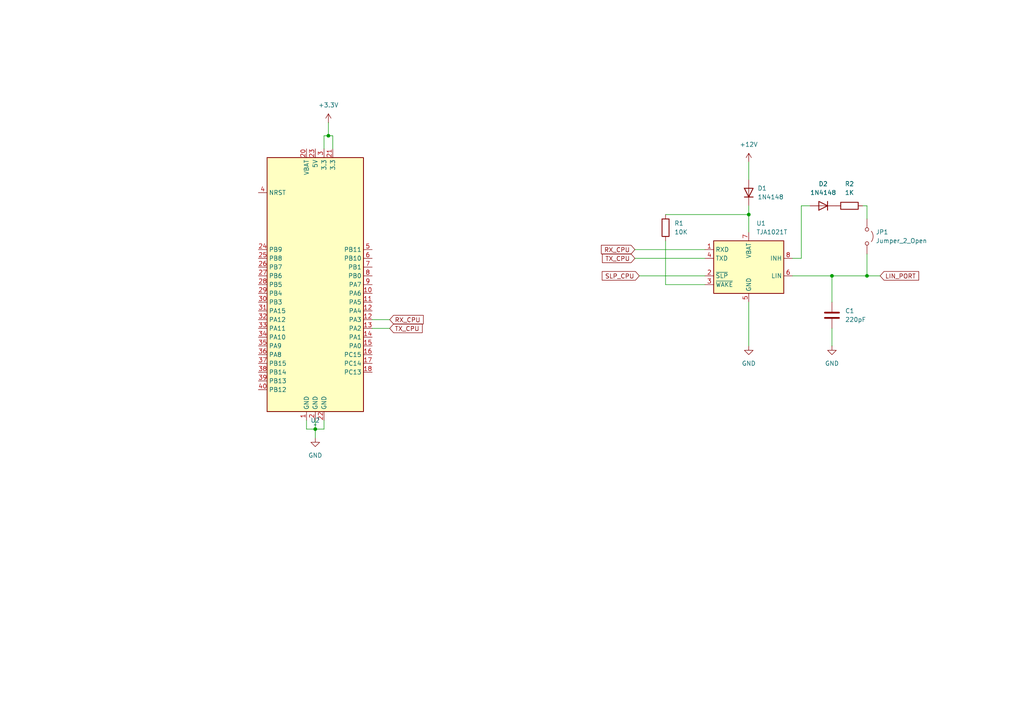
<source format=kicad_sch>
(kicad_sch (version 20231120) (generator "eeschema") (generator_version "8.0")
  (paper "A4")
  (lib_symbols
    (symbol "Device:C" (pin_numbers hide) (pin_names (offset 0.254))
      (property "Reference" "C" (at 0.635 2.54 0))
      (property "Value" "C" (at 0.635 -2.54 0))
      (symbol "C_0_1"
        (polyline (pts (xy -2.032 -0.762) (xy 2.032 -0.762)) (stroke (width 0.508)))
        (polyline (pts (xy -2.032 0.762) (xy 2.032 0.762)) (stroke (width 0.508)))
      )
      (symbol "C_1_1"
        (pin passive line (at 0 3.81 270) (length 2.794) (name "~") (number "1"))
        (pin passive line (at 0 -3.81 90) (length 2.794) (name "~") (number "2"))
      )
    )
    (symbol "Device:R" (pin_numbers hide) (pin_names (offset 0))
      (property "Reference" "R" (at 2.032 0 90))
      (property "Value" "R" (at 0 0 90))
      (symbol "R_0_1"
        (rectangle (start -1.016 -2.54) (end 1.016 2.54) (stroke (width 0.254)))
      )
      (symbol "R_1_1"
        (pin passive line (at 0 3.81 270) (length 1.27) (name "~") (number "1"))
        (pin passive line (at 0 -3.81 90) (length 1.27) (name "~") (number "2"))
      )
    )
    (symbol "Diode:1N4148" (pin_numbers hide) (pin_names hide)
      (property "Reference" "D" (at 0 2.54 0))
      (property "Value" "1N4148" (at 0 -2.54 0))
      (symbol "1N4148_0_1"
        (polyline (pts (xy -1.27 1.27) (xy -1.27 -1.27)) (stroke (width 0.254)))
        (polyline (pts (xy 1.27 0) (xy -1.27 0)))
        (polyline (pts (xy 1.27 1.27) (xy 1.27 -1.27) (xy -1.27 0) (xy 1.27 1.27)) (stroke (width 0.254)))
      )
      (symbol "1N4148_1_1"
        (pin passive line (at -3.81 0 0) (length 2.54) (name "K") (number "1"))
        (pin passive line (at 3.81 0 180) (length 2.54) (name "A") (number "2"))
      )
    )
    (symbol "Interface_CAN_LIN:TJA1021T"
      (property "Reference" "U" (at -10.16 8.89 0))
      (property "Value" "TJA1021T" (at 1.27 8.89 0))
      (symbol "TJA1021T_0_1"
        (rectangle (start -10.16 7.62) (end 10.16 -7.62) (stroke (width 0.254)) (fill (type background)))
      )
      (symbol "TJA1021T_1_1"
        (pin open_collector line (at -12.7 5.08 0) (length 2.54) (name "RXD") (number "1"))
        (pin input line (at -12.7 -2.54 0) (length 2.54) (name "~{SLP}") (number "2"))
        (pin input line (at -12.7 -5.08 0) (length 2.54) (name "~{WAKE}") (number "3"))
        (pin input line (at -12.7 2.54 0) (length 2.54) (name "TXD") (number "4"))
        (pin power_in line (at 0 -10.16 90) (length 2.54) (name "GND") (number "5"))
        (pin bidirectional line (at 12.7 -2.54 180) (length 2.54) (name "LIN") (number "6"))
        (pin power_in line (at 0 10.16 270) (length 2.54) (name "VBAT") (number "7"))
        (pin output line (at 12.7 2.54 180) (length 2.54) (name "INH") (number "8"))
      )
    )
    (symbol "Jumper:Jumper_2_Open" (pin_numbers hide) (pin_names (offset 0) hide) (exclude_from_sim yes)
      (property "Reference" "JP" (at 0 2.794 0))
      (property "Value" "Jumper_2_Open" (at 0 -2.286 0))
      (symbol "Jumper_2_Open_0_0"
        (circle (center -2.032 0) (radius 0.508))
        (circle (center 2.032 0) (radius 0.508))
      )
      (symbol "Jumper_2_Open_0_1"
        (arc (start 1.524 1.27) (mid 0 1.778) (end -1.524 1.27))
      )
      (symbol "Jumper_2_Open_1_1"
        (pin passive line (at -5.08 0 0) (length 2.54) (name "A") (number "1"))
        (pin passive line (at 5.08 0 180) (length 2.54) (name "B") (number "2"))
      )
    )
    (symbol "STM32-bluepill:Blue-Pill"
      (property "Reference" "U" (at 0 0 0))
      (symbol "Blue-Pill_1_1"
        (rectangle (start -13.97 38.1) (end 13.97 -35.56) (stroke (width 0.254)) (fill (type background)))
        (pin passive line (at -2.54 -38.1 90) (length 2.54) (name "GND") (number "1"))
        (pin bidirectional line (at 16.51 -1.27 180) (length 2.54) (name "PA6") (number "10"))
        (pin bidirectional line (at 16.51 -3.81 180) (length 2.54) (name "PA5") (number "11"))
        (pin bidirectional line (at 16.51 -8.89 180) (length 2.54) (name "PA3") (number "12"))
        (pin bidirectional line (at 16.51 -6.35 180) (length 2.54) (name "PA4") (number "12"))
        (pin bidirectional line (at 16.51 -11.43 180) (length 2.54) (name "PA2") (number "13"))
        (pin bidirectional line (at 16.51 -13.97 180) (length 2.54) (name "PA1") (number "14"))
        (pin bidirectional line (at 16.51 -16.51 180) (length 2.54) (name "PA0") (number "15"))
        (pin bidirectional line (at 16.51 -19.05 180) (length 2.54) (name "PC15") (number "16"))
        (pin bidirectional line (at 16.51 -21.59 180) (length 2.54) (name "PC14") (number "17"))
        (pin bidirectional line (at 16.51 -24.13 180) (length 2.54) (name "PC13") (number "18"))
        (pin passive line (at 0 -38.1 90) (length 2.54) (name "GND") (number "2"))
        (pin power_in line (at -2.54 40.64 270) (length 2.54) (name "VBAT") (number "20"))
        (pin power_in line (at 5.08 40.64 270) (length 2.54) (name "3.3") (number "21"))
        (pin passive line (at 2.54 -38.1 90) (length 2.54) (name "GND") (number "22"))
        (pin power_in line (at 0 40.64 270) (length 2.54) (name "5V") (number "23"))
        (pin bidirectional line (at -16.51 11.43 0) (length 2.54) (name "PB9") (number "24"))
        (pin bidirectional line (at -16.51 8.89 0) (length 2.54) (name "PB8") (number "25"))
        (pin bidirectional line (at -16.51 6.35 0) (length 2.54) (name "PB7") (number "26"))
        (pin bidirectional line (at -16.51 3.81 0) (length 2.54) (name "PB6") (number "27"))
        (pin bidirectional line (at -16.51 1.27 0) (length 2.54) (name "PB5") (number "28"))
        (pin bidirectional line (at -16.51 -1.27 0) (length 2.54) (name "PB4") (number "29"))
        (pin power_in line (at 2.54 40.64 270) (length 2.54) (name "3.3") (number "3"))
        (pin bidirectional line (at -16.51 -3.81 0) (length 2.54) (name "PB3") (number "30"))
        (pin bidirectional line (at -16.51 -6.35 0) (length 2.54) (name "PA15") (number "31"))
        (pin bidirectional line (at -16.51 -8.89 0) (length 2.54) (name "PA12") (number "32"))
        (pin bidirectional line (at -16.51 -11.43 0) (length 2.54) (name "PA11") (number "33"))
        (pin bidirectional line (at -16.51 -13.97 0) (length 2.54) (name "PA10") (number "34"))
        (pin bidirectional line (at -16.51 -16.51 0) (length 2.54) (name "PA9") (number "35"))
        (pin bidirectional line (at -16.51 -19.05 0) (length 2.54) (name "PA8") (number "36"))
        (pin bidirectional line (at -16.51 -21.59 0) (length 2.54) (name "PB15") (number "37"))
        (pin bidirectional line (at -16.51 -24.13 0) (length 2.54) (name "PB14") (number "38"))
        (pin bidirectional line (at -16.51 -26.67 0) (length 2.54) (name "PB13") (number "39"))
        (pin bidirectional line (at -16.51 27.94 0) (length 2.54) (name "NRST") (number "4"))
        (pin bidirectional line (at -16.51 -29.21 0) (length 2.54) (name "PB12") (number "40"))
        (pin bidirectional line (at 16.51 11.43 180) (length 2.54) (name "PB11") (number "5"))
        (pin bidirectional line (at 16.51 8.89 180) (length 2.54) (name "PB10") (number "6"))
        (pin bidirectional line (at 16.51 6.35 180) (length 2.54) (name "PB1") (number "7"))
        (pin bidirectional line (at 16.51 3.81 180) (length 2.54) (name "PB0") (number "8"))
        (pin bidirectional line (at 16.51 1.27 180) (length 2.54) (name "PA7") (number "9"))
      )
    )
    (symbol "power:+12V" (power) (pin_numbers hide) (pin_names (offset 0) hide)
      (property "Value" "+12V" (at 0 3.556 0))
      (symbol "+12V_0_1"
        (polyline (pts (xy -0.762 1.27) (xy 0 2.54)))
        (polyline (pts (xy 0 0) (xy 0 2.54)))
        (polyline (pts (xy 0 2.54) (xy 0.762 1.27)))
      )
      (symbol "+12V_1_1"
        (pin power_in line (at 0 0 90) (length 0) (name "~") (number "1"))
      )
    )
    (symbol "power:+3.3V" (power) (pin_numbers hide) (pin_names (offset 0) hide)
      (property "Value" "+3.3V" (at 0 3.556 0))
      (symbol "+3.3V_0_1"
        (polyline (pts (xy -0.762 1.27) (xy 0 2.54)))
        (polyline (pts (xy 0 0) (xy 0 2.54)))
        (polyline (pts (xy 0 2.54) (xy 0.762 1.27)))
      )
      (symbol "+3.3V_1_1"
        (pin power_in line (at 0 0 90) (length 0) (name "~") (number "1"))
      )
    )
    (symbol "power:GND" (power) (pin_numbers hide) (pin_names (offset 0) hide)
      (property "Value" "GND" (at 0 -3.81 0))
      (symbol "GND_0_1"
        (polyline (pts (xy 0 0) (xy 0 -1.27) (xy 1.27 -1.27) (xy 0 -2.54) (xy -1.27 -1.27) (xy 0 -1.27)))
      )
      (symbol "GND_1_1"
        (pin power_in line (at 0 0 270) (length 0) (name "~") (number "1"))
      )
    )
  )
  (junction (at 95.25 39.37))
  (junction (at 251.46 80.01))
  (junction (at 217.17 62.23))
  (junction (at 241.3 80.01))
  (junction (at 91.44 124.46))
  (wire (pts (xy 250.19 59.69) (xy 251.46 59.69)))
  (wire (pts (xy 95.25 39.37) (xy 96.52 39.37)))
  (wire (pts (xy 185.42 80.01) (xy 204.47 80.01)))
  (wire (pts (xy 251.46 73.66) (xy 251.46 80.01)))
  (wire (pts (xy 93.98 43.18) (xy 93.98 39.37)))
  (wire (pts (xy 241.3 87.63) (xy 241.3 80.01)))
  (wire (pts (xy 241.3 80.01) (xy 251.46 80.01)))
  (wire (pts (xy 95.25 35.56) (xy 95.25 39.37)))
  (wire (pts (xy 193.04 69.85) (xy 193.04 82.55)))
  (wire (pts (xy 93.98 39.37) (xy 95.25 39.37)))
  (wire (pts (xy 113.03 95.25) (xy 107.95 95.25)))
  (wire (pts (xy 88.9 121.92) (xy 88.9 124.46)))
  (wire (pts (xy 232.41 59.69) (xy 234.95 59.69)))
  (wire (pts (xy 113.03 92.71) (xy 107.95 92.71)))
  (wire (pts (xy 91.44 121.92) (xy 91.44 124.46)))
  (wire (pts (xy 193.04 82.55) (xy 204.47 82.55)))
  (wire (pts (xy 193.04 62.23) (xy 217.17 62.23)))
  (wire (pts (xy 217.17 87.63) (xy 217.17 100.33)))
  (wire (pts (xy 229.87 80.01) (xy 241.3 80.01)))
  (wire (pts (xy 184.15 74.93) (xy 204.47 74.93)))
  (wire (pts (xy 91.44 124.46) (xy 91.44 127)))
  (wire (pts (xy 91.44 124.46) (xy 93.98 124.46)))
  (wire (pts (xy 241.3 100.33) (xy 241.3 95.25)))
  (wire (pts (xy 184.15 72.39) (xy 204.47 72.39)))
  (wire (pts (xy 251.46 59.69) (xy 251.46 63.5)))
  (wire (pts (xy 217.17 59.69) (xy 217.17 62.23)))
  (wire (pts (xy 93.98 124.46) (xy 93.98 121.92)))
  (wire (pts (xy 251.46 80.01) (xy 255.27 80.01)))
  (wire (pts (xy 232.41 74.93) (xy 232.41 59.69)))
  (wire (pts (xy 217.17 62.23) (xy 217.17 67.31)))
  (wire (pts (xy 217.17 46.99) (xy 217.17 52.07)))
  (wire (pts (xy 96.52 39.37) (xy 96.52 43.18)))
  (wire (pts (xy 229.87 74.93) (xy 232.41 74.93)))
  (wire (pts (xy 88.9 124.46) (xy 91.44 124.46)))
  (global_label "RX_CPU" (shape input) (at 184.15 72.39 180) (property "Intersheetrefs" "${INTERSHEET_REFS}" (effects (hide yes))))
  (global_label "TX_CPU" (shape input) (at 184.15 74.93 180) (property "Intersheetrefs" "${INTERSHEET_REFS}" (effects (hide yes))))
  (global_label "LIN_PORT" (shape input) (at 255.27 80.01 0) (property "Intersheetrefs" "${INTERSHEET_REFS}" (effects (hide yes))))
  (global_label "SLP_CPU" (shape input) (at 185.42 80.01 180) (property "Intersheetrefs" "${INTERSHEET_REFS}" (effects (hide yes))))
  (global_label "RX_CPU" (shape input) (at 113.03 92.71 0) (property "Intersheetrefs" "${INTERSHEET_REFS}" (effects (hide yes))))
  (global_label "TX_CPU" (shape input) (at 113.03 95.25 0) (property "Intersheetrefs" "${INTERSHEET_REFS}" (effects (hide yes))))
  (symbol (lib_id "Diode:1N4148") (at 217.17 55.88 90) (unit 1)
    (property "Reference" "D1" (at 219.71 54.6099 90) (effects (justify right)))
    (property "Value" "1N4148" (at 219.71 57.1499 90) (effects (justify right)))
    (property "Footprint" "Diode_THT:D_DO-35_SOD27_P7.62mm_Horizontal" (effects (hide yes)))
    (property "Datasheet" "https://assets.nexperia.com/documents/data-sheet/1N4148_1N4448.pdf" (effects (hide yes)))
    (property "Description" "100V 0.15A standard switching diode, DO-35" (effects (hide yes)))
    (property "Sim.Device" "D" (effects (hide yes)))
    (property "Sim.Pins" "1=K 2=A" (effects (hide yes)))
  )
  (symbol (lib_id "power:+12V") (at 217.17 46.99 0) (unit 1)
    (property "Reference" "#PWR01" (effects (hide yes)))
    (property "Value" "+12V" (at 217.17 41.91 0))
    (property "Description" "Power symbol creates a global label with name \"+12V\"" (effects (hide yes)))
  )
  (symbol (lib_id "Device:C") (at 241.3 91.44 0) (unit 1)
    (property "Reference" "C1" (at 245.11 90.1699 0) (effects (justify left)))
    (property "Value" "220pF" (at 245.11 92.7099 0) (effects (justify left)))
    (property "Description" "Unpolarized capacitor" (effects (hide yes)))
  )
  (symbol (lib_id "power:GND") (at 91.44 127 0) (unit 1)
    (property "Reference" "#PWR04" (effects (hide yes)))
    (property "Value" "GND" (at 91.44 132.08 0))
    (property "Description" "Power symbol creates a global label with name \"GND\" , ground" (effects (hide yes)))
  )
  (symbol (lib_id "Jumper:Jumper_2_Open") (at 251.46 68.58 270) (unit 1) (exclude_from_sim yes)
    (property "Reference" "JP1" (at 254 67.3099 90) (effects (justify left)))
    (property "Value" "Jumper_2_Open" (at 254 69.8499 90) (effects (justify left)))
    (property "Description" "Jumper, 2-pole, open" (effects (hide yes)))
  )
  (symbol (lib_id "Device:R") (at 193.04 66.04 0) (unit 1)
    (property "Reference" "R1" (at 195.58 64.7699 0) (effects (justify left)))
    (property "Value" "10K" (at 195.58 67.3099 0) (effects (justify left)))
    (property "Description" "Resistor" (effects (hide yes)))
  )
  (symbol (lib_id "Diode:1N4148") (at 238.76 59.69 180) (unit 1)
    (property "Reference" "D2" (at 238.76 53.34 0))
    (property "Value" "1N4148" (at 238.76 55.88 0))
    (property "Footprint" "Diode_THT:D_DO-35_SOD27_P7.62mm_Horizontal" (effects (hide yes)))
    (property "Datasheet" "https://assets.nexperia.com/documents/data-sheet/1N4148_1N4448.pdf" (effects (hide yes)))
    (property "Description" "100V 0.15A standard switching diode, DO-35" (effects (hide yes)))
    (property "Sim.Device" "D" (effects (hide yes)))
    (property "Sim.Pins" "1=K 2=A" (effects (hide yes)))
  )
  (symbol (lib_id "power:GND") (at 217.17 100.33 0) (unit 1)
    (property "Reference" "#PWR02" (effects (hide yes)))
    (property "Value" "GND" (at 217.17 105.41 0))
    (property "Description" "Power symbol creates a global label with name \"GND\" , ground" (effects (hide yes)))
  )
  (symbol (lib_id "power:+3.3V") (at 95.25 35.56 0) (unit 1)
    (property "Reference" "#PWR05" (effects (hide yes)))
    (property "Value" "+3.3V" (at 95.25 30.48 0))
    (property "Description" "Power symbol creates a global label with name \"+3.3V\"" (effects (hide yes)))
  )
  (symbol (lib_id "Interface_CAN_LIN:TJA1021T") (at 217.17 77.47 0) (unit 1)
    (property "Reference" "U1" (at 219.3641 64.77 0) (effects (justify left)))
    (property "Value" "TJA1021T" (at 219.3641 67.31 0) (effects (justify left)))
    (property "Footprint" "Package_SO:SOIC-8_3.9x4.9mm_P1.27mm" (effects (hide yes)))
    (property "Datasheet" "http://www.nxp.com/docs/en/data-sheet/TJA1021.pdf" (effects (hide yes)))
    (property "Description" "LIN 2.1/SAE J2602 transceiver, SOIC-8" (effects (hide yes)))
  )
  (symbol (lib_id "Device:R") (at 246.38 59.69 270) (unit 1)
    (property "Reference" "R2" (at 246.38 53.34 90))
    (property "Value" "1K" (at 246.38 55.88 90))
    (property "Description" "Resistor" (effects (hide yes)))
  )
  (symbol (lib_id "STM32-bluepill:Blue-Pill") (at 91.44 83.82 0) (unit 1)
    (property "Reference" "U2" (at 91.44 121.92 0))
    (property "Value" "~" (at 91.44 123.19 0))
  )
  (symbol (lib_id "power:GND") (at 241.3 100.33 0) (unit 1)
    (property "Reference" "#PWR03" (effects (hide yes)))
    (property "Value" "GND" (at 241.3 105.41 0))
    (property "Description" "Power symbol creates a global label with name \"GND\" , ground" (effects (hide yes)))
  )
)
</source>
